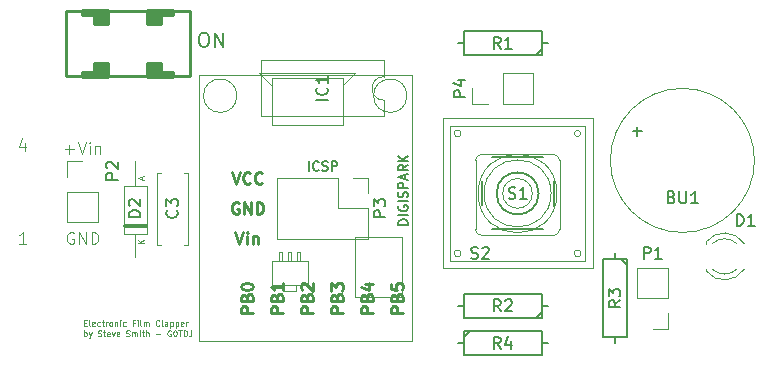
<source format=gto>
G04 #@! TF.FileFunction,Legend,Top*
%FSLAX46Y46*%
G04 Gerber Fmt 4.6, Leading zero omitted, Abs format (unit mm)*
G04 Created by KiCad (PCBNEW 4.0.5) date 06/12/17 11:35:52*
%MOMM*%
%LPD*%
G01*
G04 APERTURE LIST*
%ADD10C,0.100000*%
%ADD11C,0.200000*%
%ADD12C,0.125000*%
%ADD13C,0.120000*%
%ADD14C,0.320000*%
%ADD15C,0.150000*%
%ADD16C,0.203200*%
%ADD17C,0.254000*%
%ADD18C,0.381000*%
%ADD19C,0.250000*%
G04 APERTURE END LIST*
D10*
D11*
X155809905Y-92830285D02*
X155009905Y-92830285D01*
X155009905Y-92639809D01*
X155048000Y-92525523D01*
X155124190Y-92449332D01*
X155200381Y-92411237D01*
X155352762Y-92373142D01*
X155467048Y-92373142D01*
X155619429Y-92411237D01*
X155695619Y-92449332D01*
X155771810Y-92525523D01*
X155809905Y-92639809D01*
X155809905Y-92830285D01*
X155809905Y-92030285D02*
X155009905Y-92030285D01*
X155048000Y-91230285D02*
X155009905Y-91306476D01*
X155009905Y-91420761D01*
X155048000Y-91535047D01*
X155124190Y-91611238D01*
X155200381Y-91649333D01*
X155352762Y-91687428D01*
X155467048Y-91687428D01*
X155619429Y-91649333D01*
X155695619Y-91611238D01*
X155771810Y-91535047D01*
X155809905Y-91420761D01*
X155809905Y-91344571D01*
X155771810Y-91230285D01*
X155733714Y-91192190D01*
X155467048Y-91192190D01*
X155467048Y-91344571D01*
X155809905Y-90849333D02*
X155009905Y-90849333D01*
X155771810Y-90506476D02*
X155809905Y-90392190D01*
X155809905Y-90201714D01*
X155771810Y-90125524D01*
X155733714Y-90087428D01*
X155657524Y-90049333D01*
X155581333Y-90049333D01*
X155505143Y-90087428D01*
X155467048Y-90125524D01*
X155428952Y-90201714D01*
X155390857Y-90354095D01*
X155352762Y-90430286D01*
X155314667Y-90468381D01*
X155238476Y-90506476D01*
X155162286Y-90506476D01*
X155086095Y-90468381D01*
X155048000Y-90430286D01*
X155009905Y-90354095D01*
X155009905Y-90163619D01*
X155048000Y-90049333D01*
X155809905Y-89706476D02*
X155009905Y-89706476D01*
X155009905Y-89401714D01*
X155048000Y-89325523D01*
X155086095Y-89287428D01*
X155162286Y-89249333D01*
X155276571Y-89249333D01*
X155352762Y-89287428D01*
X155390857Y-89325523D01*
X155428952Y-89401714D01*
X155428952Y-89706476D01*
X155581333Y-88944571D02*
X155581333Y-88563619D01*
X155809905Y-89020762D02*
X155009905Y-88754095D01*
X155809905Y-88487428D01*
X155809905Y-87763619D02*
X155428952Y-88030286D01*
X155809905Y-88220762D02*
X155009905Y-88220762D01*
X155009905Y-87916000D01*
X155048000Y-87839809D01*
X155086095Y-87801714D01*
X155162286Y-87763619D01*
X155276571Y-87763619D01*
X155352762Y-87801714D01*
X155390857Y-87839809D01*
X155428952Y-87916000D01*
X155428952Y-88220762D01*
X155809905Y-87420762D02*
X155009905Y-87420762D01*
X155809905Y-86963619D02*
X155352762Y-87306476D01*
X155009905Y-86963619D02*
X155467048Y-87420762D01*
X147409048Y-88245905D02*
X147409048Y-87445905D01*
X148247143Y-88169714D02*
X148209048Y-88207810D01*
X148094762Y-88245905D01*
X148018572Y-88245905D01*
X147904286Y-88207810D01*
X147828095Y-88131619D01*
X147790000Y-88055429D01*
X147751905Y-87903048D01*
X147751905Y-87788762D01*
X147790000Y-87636381D01*
X147828095Y-87560190D01*
X147904286Y-87484000D01*
X148018572Y-87445905D01*
X148094762Y-87445905D01*
X148209048Y-87484000D01*
X148247143Y-87522095D01*
X148551905Y-88207810D02*
X148666191Y-88245905D01*
X148856667Y-88245905D01*
X148932857Y-88207810D01*
X148970953Y-88169714D01*
X149009048Y-88093524D01*
X149009048Y-88017333D01*
X148970953Y-87941143D01*
X148932857Y-87903048D01*
X148856667Y-87864952D01*
X148704286Y-87826857D01*
X148628095Y-87788762D01*
X148590000Y-87750667D01*
X148551905Y-87674476D01*
X148551905Y-87598286D01*
X148590000Y-87522095D01*
X148628095Y-87484000D01*
X148704286Y-87445905D01*
X148894762Y-87445905D01*
X149009048Y-87484000D01*
X149351905Y-88245905D02*
X149351905Y-87445905D01*
X149656667Y-87445905D01*
X149732858Y-87484000D01*
X149770953Y-87522095D01*
X149809048Y-87598286D01*
X149809048Y-87712571D01*
X149770953Y-87788762D01*
X149732858Y-87826857D01*
X149656667Y-87864952D01*
X149351905Y-87864952D01*
D12*
X123380477Y-85891714D02*
X123380477Y-86558381D01*
X123142381Y-85510762D02*
X122904286Y-86225048D01*
X123523334Y-86225048D01*
X123475715Y-94432381D02*
X122904286Y-94432381D01*
X123190000Y-94432381D02*
X123190000Y-93432381D01*
X123094762Y-93575238D01*
X122999524Y-93670476D01*
X122904286Y-93718095D01*
X128389048Y-101126786D02*
X128555714Y-101126786D01*
X128627143Y-101388690D02*
X128389048Y-101388690D01*
X128389048Y-100888690D01*
X128627143Y-100888690D01*
X128912857Y-101388690D02*
X128865238Y-101364881D01*
X128841429Y-101317262D01*
X128841429Y-100888690D01*
X129293810Y-101364881D02*
X129246191Y-101388690D01*
X129150953Y-101388690D01*
X129103334Y-101364881D01*
X129079524Y-101317262D01*
X129079524Y-101126786D01*
X129103334Y-101079167D01*
X129150953Y-101055357D01*
X129246191Y-101055357D01*
X129293810Y-101079167D01*
X129317619Y-101126786D01*
X129317619Y-101174405D01*
X129079524Y-101222024D01*
X129746190Y-101364881D02*
X129698571Y-101388690D01*
X129603333Y-101388690D01*
X129555714Y-101364881D01*
X129531905Y-101341071D01*
X129508095Y-101293452D01*
X129508095Y-101150595D01*
X129531905Y-101102976D01*
X129555714Y-101079167D01*
X129603333Y-101055357D01*
X129698571Y-101055357D01*
X129746190Y-101079167D01*
X129889047Y-101055357D02*
X130079523Y-101055357D01*
X129960476Y-100888690D02*
X129960476Y-101317262D01*
X129984285Y-101364881D01*
X130031904Y-101388690D01*
X130079523Y-101388690D01*
X130246190Y-101388690D02*
X130246190Y-101055357D01*
X130246190Y-101150595D02*
X130269999Y-101102976D01*
X130293809Y-101079167D01*
X130341428Y-101055357D01*
X130389047Y-101055357D01*
X130627142Y-101388690D02*
X130579523Y-101364881D01*
X130555714Y-101341071D01*
X130531904Y-101293452D01*
X130531904Y-101150595D01*
X130555714Y-101102976D01*
X130579523Y-101079167D01*
X130627142Y-101055357D01*
X130698571Y-101055357D01*
X130746190Y-101079167D01*
X130769999Y-101102976D01*
X130793809Y-101150595D01*
X130793809Y-101293452D01*
X130769999Y-101341071D01*
X130746190Y-101364881D01*
X130698571Y-101388690D01*
X130627142Y-101388690D01*
X131008095Y-101055357D02*
X131008095Y-101388690D01*
X131008095Y-101102976D02*
X131031904Y-101079167D01*
X131079523Y-101055357D01*
X131150952Y-101055357D01*
X131198571Y-101079167D01*
X131222380Y-101126786D01*
X131222380Y-101388690D01*
X131460476Y-101388690D02*
X131460476Y-101055357D01*
X131460476Y-100888690D02*
X131436666Y-100912500D01*
X131460476Y-100936310D01*
X131484285Y-100912500D01*
X131460476Y-100888690D01*
X131460476Y-100936310D01*
X131912856Y-101364881D02*
X131865237Y-101388690D01*
X131769999Y-101388690D01*
X131722380Y-101364881D01*
X131698571Y-101341071D01*
X131674761Y-101293452D01*
X131674761Y-101150595D01*
X131698571Y-101102976D01*
X131722380Y-101079167D01*
X131769999Y-101055357D01*
X131865237Y-101055357D01*
X131912856Y-101079167D01*
X132674760Y-101126786D02*
X132508094Y-101126786D01*
X132508094Y-101388690D02*
X132508094Y-100888690D01*
X132746189Y-100888690D01*
X132936665Y-101388690D02*
X132936665Y-101055357D01*
X132936665Y-100888690D02*
X132912855Y-100912500D01*
X132936665Y-100936310D01*
X132960474Y-100912500D01*
X132936665Y-100888690D01*
X132936665Y-100936310D01*
X133246188Y-101388690D02*
X133198569Y-101364881D01*
X133174760Y-101317262D01*
X133174760Y-100888690D01*
X133436665Y-101388690D02*
X133436665Y-101055357D01*
X133436665Y-101102976D02*
X133460474Y-101079167D01*
X133508093Y-101055357D01*
X133579522Y-101055357D01*
X133627141Y-101079167D01*
X133650950Y-101126786D01*
X133650950Y-101388690D01*
X133650950Y-101126786D02*
X133674760Y-101079167D01*
X133722379Y-101055357D01*
X133793807Y-101055357D01*
X133841427Y-101079167D01*
X133865236Y-101126786D01*
X133865236Y-101388690D01*
X134769998Y-101341071D02*
X134746188Y-101364881D01*
X134674760Y-101388690D01*
X134627141Y-101388690D01*
X134555712Y-101364881D01*
X134508093Y-101317262D01*
X134484284Y-101269643D01*
X134460474Y-101174405D01*
X134460474Y-101102976D01*
X134484284Y-101007738D01*
X134508093Y-100960119D01*
X134555712Y-100912500D01*
X134627141Y-100888690D01*
X134674760Y-100888690D01*
X134746188Y-100912500D01*
X134769998Y-100936310D01*
X135055712Y-101388690D02*
X135008093Y-101364881D01*
X134984284Y-101317262D01*
X134984284Y-100888690D01*
X135460474Y-101388690D02*
X135460474Y-101126786D01*
X135436665Y-101079167D01*
X135389046Y-101055357D01*
X135293808Y-101055357D01*
X135246189Y-101079167D01*
X135460474Y-101364881D02*
X135412855Y-101388690D01*
X135293808Y-101388690D01*
X135246189Y-101364881D01*
X135222379Y-101317262D01*
X135222379Y-101269643D01*
X135246189Y-101222024D01*
X135293808Y-101198214D01*
X135412855Y-101198214D01*
X135460474Y-101174405D01*
X135698570Y-101055357D02*
X135698570Y-101555357D01*
X135698570Y-101079167D02*
X135746189Y-101055357D01*
X135841427Y-101055357D01*
X135889046Y-101079167D01*
X135912855Y-101102976D01*
X135936665Y-101150595D01*
X135936665Y-101293452D01*
X135912855Y-101341071D01*
X135889046Y-101364881D01*
X135841427Y-101388690D01*
X135746189Y-101388690D01*
X135698570Y-101364881D01*
X136150951Y-101055357D02*
X136150951Y-101555357D01*
X136150951Y-101079167D02*
X136198570Y-101055357D01*
X136293808Y-101055357D01*
X136341427Y-101079167D01*
X136365236Y-101102976D01*
X136389046Y-101150595D01*
X136389046Y-101293452D01*
X136365236Y-101341071D01*
X136341427Y-101364881D01*
X136293808Y-101388690D01*
X136198570Y-101388690D01*
X136150951Y-101364881D01*
X136793808Y-101364881D02*
X136746189Y-101388690D01*
X136650951Y-101388690D01*
X136603332Y-101364881D01*
X136579522Y-101317262D01*
X136579522Y-101126786D01*
X136603332Y-101079167D01*
X136650951Y-101055357D01*
X136746189Y-101055357D01*
X136793808Y-101079167D01*
X136817617Y-101126786D01*
X136817617Y-101174405D01*
X136579522Y-101222024D01*
X137031903Y-101388690D02*
X137031903Y-101055357D01*
X137031903Y-101150595D02*
X137055712Y-101102976D01*
X137079522Y-101079167D01*
X137127141Y-101055357D01*
X137174760Y-101055357D01*
X128389048Y-102263690D02*
X128389048Y-101763690D01*
X128389048Y-101954167D02*
X128436667Y-101930357D01*
X128531905Y-101930357D01*
X128579524Y-101954167D01*
X128603333Y-101977976D01*
X128627143Y-102025595D01*
X128627143Y-102168452D01*
X128603333Y-102216071D01*
X128579524Y-102239881D01*
X128531905Y-102263690D01*
X128436667Y-102263690D01*
X128389048Y-102239881D01*
X128793810Y-101930357D02*
X128912857Y-102263690D01*
X129031905Y-101930357D02*
X128912857Y-102263690D01*
X128865238Y-102382738D01*
X128841429Y-102406548D01*
X128793810Y-102430357D01*
X129579523Y-102239881D02*
X129650952Y-102263690D01*
X129769999Y-102263690D01*
X129817618Y-102239881D01*
X129841428Y-102216071D01*
X129865237Y-102168452D01*
X129865237Y-102120833D01*
X129841428Y-102073214D01*
X129817618Y-102049405D01*
X129769999Y-102025595D01*
X129674761Y-102001786D01*
X129627142Y-101977976D01*
X129603333Y-101954167D01*
X129579523Y-101906548D01*
X129579523Y-101858929D01*
X129603333Y-101811310D01*
X129627142Y-101787500D01*
X129674761Y-101763690D01*
X129793809Y-101763690D01*
X129865237Y-101787500D01*
X130008094Y-101930357D02*
X130198570Y-101930357D01*
X130079523Y-101763690D02*
X130079523Y-102192262D01*
X130103332Y-102239881D01*
X130150951Y-102263690D01*
X130198570Y-102263690D01*
X130555713Y-102239881D02*
X130508094Y-102263690D01*
X130412856Y-102263690D01*
X130365237Y-102239881D01*
X130341427Y-102192262D01*
X130341427Y-102001786D01*
X130365237Y-101954167D01*
X130412856Y-101930357D01*
X130508094Y-101930357D01*
X130555713Y-101954167D01*
X130579522Y-102001786D01*
X130579522Y-102049405D01*
X130341427Y-102097024D01*
X130746189Y-101930357D02*
X130865236Y-102263690D01*
X130984284Y-101930357D01*
X131365236Y-102239881D02*
X131317617Y-102263690D01*
X131222379Y-102263690D01*
X131174760Y-102239881D01*
X131150950Y-102192262D01*
X131150950Y-102001786D01*
X131174760Y-101954167D01*
X131222379Y-101930357D01*
X131317617Y-101930357D01*
X131365236Y-101954167D01*
X131389045Y-102001786D01*
X131389045Y-102049405D01*
X131150950Y-102097024D01*
X131960473Y-102239881D02*
X132031902Y-102263690D01*
X132150949Y-102263690D01*
X132198568Y-102239881D01*
X132222378Y-102216071D01*
X132246187Y-102168452D01*
X132246187Y-102120833D01*
X132222378Y-102073214D01*
X132198568Y-102049405D01*
X132150949Y-102025595D01*
X132055711Y-102001786D01*
X132008092Y-101977976D01*
X131984283Y-101954167D01*
X131960473Y-101906548D01*
X131960473Y-101858929D01*
X131984283Y-101811310D01*
X132008092Y-101787500D01*
X132055711Y-101763690D01*
X132174759Y-101763690D01*
X132246187Y-101787500D01*
X132460473Y-102263690D02*
X132460473Y-101930357D01*
X132460473Y-101977976D02*
X132484282Y-101954167D01*
X132531901Y-101930357D01*
X132603330Y-101930357D01*
X132650949Y-101954167D01*
X132674758Y-102001786D01*
X132674758Y-102263690D01*
X132674758Y-102001786D02*
X132698568Y-101954167D01*
X132746187Y-101930357D01*
X132817615Y-101930357D01*
X132865235Y-101954167D01*
X132889044Y-102001786D01*
X132889044Y-102263690D01*
X133127140Y-102263690D02*
X133127140Y-101930357D01*
X133127140Y-101763690D02*
X133103330Y-101787500D01*
X133127140Y-101811310D01*
X133150949Y-101787500D01*
X133127140Y-101763690D01*
X133127140Y-101811310D01*
X133293806Y-101930357D02*
X133484282Y-101930357D01*
X133365235Y-101763690D02*
X133365235Y-102192262D01*
X133389044Y-102239881D01*
X133436663Y-102263690D01*
X133484282Y-102263690D01*
X133650949Y-102263690D02*
X133650949Y-101763690D01*
X133865234Y-102263690D02*
X133865234Y-102001786D01*
X133841425Y-101954167D01*
X133793806Y-101930357D01*
X133722377Y-101930357D01*
X133674758Y-101954167D01*
X133650949Y-101977976D01*
X134484282Y-102073214D02*
X134865234Y-102073214D01*
X135746186Y-101787500D02*
X135698567Y-101763690D01*
X135627139Y-101763690D01*
X135555710Y-101787500D01*
X135508091Y-101835119D01*
X135484282Y-101882738D01*
X135460472Y-101977976D01*
X135460472Y-102049405D01*
X135484282Y-102144643D01*
X135508091Y-102192262D01*
X135555710Y-102239881D01*
X135627139Y-102263690D01*
X135674758Y-102263690D01*
X135746186Y-102239881D01*
X135769996Y-102216071D01*
X135769996Y-102049405D01*
X135674758Y-102049405D01*
X136079520Y-101763690D02*
X136127139Y-101763690D01*
X136174758Y-101787500D01*
X136198567Y-101811310D01*
X136222377Y-101858929D01*
X136246186Y-101954167D01*
X136246186Y-102073214D01*
X136222377Y-102168452D01*
X136198567Y-102216071D01*
X136174758Y-102239881D01*
X136127139Y-102263690D01*
X136079520Y-102263690D01*
X136031901Y-102239881D01*
X136008091Y-102216071D01*
X135984282Y-102168452D01*
X135960472Y-102073214D01*
X135960472Y-101954167D01*
X135984282Y-101858929D01*
X136008091Y-101811310D01*
X136031901Y-101787500D01*
X136079520Y-101763690D01*
X136389043Y-101763690D02*
X136674757Y-101763690D01*
X136531900Y-102263690D02*
X136531900Y-101763690D01*
X136841424Y-102263690D02*
X136841424Y-101763690D01*
X136960471Y-101763690D01*
X137031900Y-101787500D01*
X137079519Y-101835119D01*
X137103328Y-101882738D01*
X137127138Y-101977976D01*
X137127138Y-102049405D01*
X137103328Y-102144643D01*
X137079519Y-102192262D01*
X137031900Y-102239881D01*
X136960471Y-102263690D01*
X136841424Y-102263690D01*
X137484281Y-101763690D02*
X137484281Y-102120833D01*
X137460471Y-102192262D01*
X137412852Y-102239881D01*
X137341424Y-102263690D01*
X137293805Y-102263690D01*
X127508096Y-93480000D02*
X127412858Y-93432381D01*
X127270001Y-93432381D01*
X127127143Y-93480000D01*
X127031905Y-93575238D01*
X126984286Y-93670476D01*
X126936667Y-93860952D01*
X126936667Y-94003810D01*
X126984286Y-94194286D01*
X127031905Y-94289524D01*
X127127143Y-94384762D01*
X127270001Y-94432381D01*
X127365239Y-94432381D01*
X127508096Y-94384762D01*
X127555715Y-94337143D01*
X127555715Y-94003810D01*
X127365239Y-94003810D01*
X127984286Y-94432381D02*
X127984286Y-93432381D01*
X128555715Y-94432381D01*
X128555715Y-93432381D01*
X129031905Y-94432381D02*
X129031905Y-93432381D01*
X129270000Y-93432381D01*
X129412858Y-93480000D01*
X129508096Y-93575238D01*
X129555715Y-93670476D01*
X129603334Y-93860952D01*
X129603334Y-94003810D01*
X129555715Y-94194286D01*
X129508096Y-94289524D01*
X129412858Y-94384762D01*
X129270000Y-94432381D01*
X129031905Y-94432381D01*
X126770000Y-86431429D02*
X127531905Y-86431429D01*
X127150953Y-86812381D02*
X127150953Y-86050476D01*
X127865238Y-85812381D02*
X128198571Y-86812381D01*
X128531905Y-85812381D01*
X128865238Y-86812381D02*
X128865238Y-86145714D01*
X128865238Y-85812381D02*
X128817619Y-85860000D01*
X128865238Y-85907619D01*
X128912857Y-85860000D01*
X128865238Y-85812381D01*
X128865238Y-85907619D01*
X129341428Y-86145714D02*
X129341428Y-86812381D01*
X129341428Y-86240952D02*
X129389047Y-86193333D01*
X129484285Y-86145714D01*
X129627143Y-86145714D01*
X129722381Y-86193333D01*
X129770000Y-86288571D01*
X129770000Y-86812381D01*
D11*
X138449143Y-76558857D02*
X138677714Y-76558857D01*
X138792000Y-76616000D01*
X138906286Y-76730286D01*
X138963428Y-76958857D01*
X138963428Y-77358857D01*
X138906286Y-77587429D01*
X138792000Y-77701714D01*
X138677714Y-77758857D01*
X138449143Y-77758857D01*
X138334857Y-77701714D01*
X138220571Y-77587429D01*
X138163428Y-77358857D01*
X138163428Y-76958857D01*
X138220571Y-76730286D01*
X138334857Y-76616000D01*
X138449143Y-76558857D01*
X139477714Y-77758857D02*
X139477714Y-76558857D01*
X140163429Y-77758857D01*
X140163429Y-76558857D01*
D13*
X185160000Y-87376000D02*
G75*
G03X185160000Y-87376000I-6100000J0D01*
G01*
X134580000Y-94540000D02*
X134580000Y-88420000D01*
X137200000Y-94540000D02*
X137200000Y-88420000D01*
X134580000Y-94540000D02*
X134894000Y-94540000D01*
X136886000Y-94540000D02*
X137200000Y-94540000D01*
X134580000Y-88420000D02*
X134894000Y-88420000D01*
X136886000Y-88420000D02*
X137200000Y-88420000D01*
X184298335Y-94425392D02*
G75*
G03X181066000Y-94268484I-1672335J-1078608D01*
G01*
X184298335Y-96582608D02*
G75*
G02X181066000Y-96739516I-1672335J1078608D01*
G01*
X183667130Y-94424163D02*
G75*
G03X181585039Y-94424000I-1041130J-1079837D01*
G01*
X183667130Y-96583837D02*
G75*
G02X181585039Y-96584000I-1041130J1079837D01*
G01*
X181066000Y-94268000D02*
X181066000Y-94424000D01*
X181066000Y-96584000D02*
X181066000Y-96740000D01*
X132715000Y-89540000D02*
X132715000Y-87440000D01*
X132715000Y-93640000D02*
X132715000Y-95540000D01*
D14*
X133645000Y-92930000D02*
X131845000Y-92930000D01*
D13*
X131745000Y-93630000D02*
X131745000Y-93530000D01*
X133745000Y-93630000D02*
X133745000Y-93530000D01*
X133745000Y-89530000D02*
X133745000Y-93530000D01*
X133745000Y-93630000D02*
X131745000Y-93630000D01*
X131745000Y-93530000D02*
X131745000Y-89530000D01*
X131745000Y-89530000D02*
X133745000Y-89530000D01*
X153790000Y-80280000D02*
X153790000Y-78910000D01*
X153790000Y-78910000D02*
X143390000Y-78910000D01*
X143390000Y-78910000D02*
X143390000Y-83650000D01*
X143390000Y-83650000D02*
X153790000Y-83650000D01*
X153790000Y-83650000D02*
X153790000Y-82280000D01*
X153790000Y-82280000D02*
G75*
G02X153790000Y-80280000I0J1000000D01*
G01*
X177860000Y-99060000D02*
X177860000Y-96460000D01*
X177860000Y-96460000D02*
X175200000Y-96460000D01*
X175200000Y-96460000D02*
X175200000Y-99060000D01*
X175200000Y-99060000D02*
X177860000Y-99060000D01*
X177860000Y-100330000D02*
X177860000Y-101660000D01*
X177860000Y-101660000D02*
X176530000Y-101660000D01*
X126920000Y-90020000D02*
X126920000Y-92620000D01*
X126920000Y-92620000D02*
X129580000Y-92620000D01*
X129580000Y-92620000D02*
X129580000Y-90020000D01*
X129580000Y-90020000D02*
X126920000Y-90020000D01*
X126920000Y-88750000D02*
X126920000Y-87420000D01*
X126920000Y-87420000D02*
X128250000Y-87420000D01*
X149860000Y-88840000D02*
X144720000Y-88840000D01*
X144720000Y-88840000D02*
X144720000Y-94040000D01*
X144720000Y-94040000D02*
X152460000Y-94040000D01*
X152460000Y-94040000D02*
X152460000Y-91440000D01*
X152460000Y-91440000D02*
X149860000Y-91440000D01*
X149860000Y-91440000D02*
X149860000Y-88840000D01*
X151130000Y-88840000D02*
X152460000Y-88840000D01*
X152460000Y-88840000D02*
X152460000Y-90170000D01*
X163830000Y-82610000D02*
X166430000Y-82610000D01*
X166430000Y-82610000D02*
X166430000Y-79950000D01*
X166430000Y-79950000D02*
X163830000Y-79950000D01*
X163830000Y-79950000D02*
X163830000Y-82610000D01*
X162560000Y-82610000D02*
X161230000Y-82610000D01*
X161230000Y-82610000D02*
X161230000Y-81280000D01*
D15*
X167640000Y-77470000D02*
X167132000Y-77470000D01*
X160020000Y-77470000D02*
X160528000Y-77470000D01*
X160528000Y-77470000D02*
X160528000Y-78486000D01*
X160528000Y-78486000D02*
X167132000Y-78486000D01*
X167132000Y-78486000D02*
X167132000Y-76454000D01*
X167132000Y-76454000D02*
X160528000Y-76454000D01*
X160528000Y-76454000D02*
X160528000Y-77470000D01*
X167132000Y-77978000D02*
X166624000Y-78486000D01*
X167640000Y-99695000D02*
X167132000Y-99695000D01*
X160020000Y-99695000D02*
X160528000Y-99695000D01*
X160528000Y-99695000D02*
X160528000Y-100711000D01*
X160528000Y-100711000D02*
X167132000Y-100711000D01*
X167132000Y-100711000D02*
X167132000Y-98679000D01*
X167132000Y-98679000D02*
X160528000Y-98679000D01*
X160528000Y-98679000D02*
X160528000Y-99695000D01*
X167132000Y-100203000D02*
X166624000Y-100711000D01*
X173355000Y-95250000D02*
X173355000Y-95758000D01*
X173355000Y-102870000D02*
X173355000Y-102362000D01*
X173355000Y-102362000D02*
X174371000Y-102362000D01*
X174371000Y-102362000D02*
X174371000Y-95758000D01*
X174371000Y-95758000D02*
X172339000Y-95758000D01*
X172339000Y-95758000D02*
X172339000Y-102362000D01*
X172339000Y-102362000D02*
X173355000Y-102362000D01*
X173863000Y-95758000D02*
X174371000Y-96266000D01*
X160020000Y-102870000D02*
X160528000Y-102870000D01*
X167640000Y-102870000D02*
X167132000Y-102870000D01*
X167132000Y-102870000D02*
X167132000Y-101854000D01*
X167132000Y-101854000D02*
X160528000Y-101854000D01*
X160528000Y-101854000D02*
X160528000Y-103886000D01*
X160528000Y-103886000D02*
X167132000Y-103886000D01*
X167132000Y-103886000D02*
X167132000Y-102870000D01*
X160528000Y-102362000D02*
X161036000Y-101854000D01*
D13*
X161544000Y-87376000D02*
X161544000Y-93218000D01*
X168148000Y-86868000D02*
X162052000Y-86868000D01*
X168656000Y-93218000D02*
X168656000Y-87376000D01*
X162052000Y-93726000D02*
X168148000Y-93726000D01*
X168656000Y-87376000D02*
G75*
G03X168148000Y-86868000I-508000J0D01*
G01*
X162052000Y-86868000D02*
G75*
G03X161544000Y-87376000I0J-508000D01*
G01*
X161544000Y-93218000D02*
G75*
G03X162052000Y-93726000I508000J0D01*
G01*
X168148000Y-93726000D02*
G75*
G03X168656000Y-93218000I0J508000D01*
G01*
X170434000Y-85090000D02*
G75*
G03X170434000Y-85090000I-254000J0D01*
G01*
X160303981Y-85090000D02*
G75*
G03X160303981Y-85090000I-283981J0D01*
G01*
X160303981Y-95250000D02*
G75*
G03X160303981Y-95250000I-283981J0D01*
G01*
X170463981Y-95250000D02*
G75*
G03X170463981Y-95250000I-283981J0D01*
G01*
X170815000Y-95885000D02*
X170815000Y-84455000D01*
X170815000Y-84455000D02*
X159385000Y-84455000D01*
X159385000Y-84455000D02*
X159385000Y-95885000D01*
X159385000Y-95885000D02*
X170815000Y-95885000D01*
X171450000Y-96520000D02*
X171450000Y-83820000D01*
X171450000Y-83820000D02*
X158750000Y-83820000D01*
X158750000Y-83820000D02*
X158750000Y-96520000D01*
X158750000Y-96520000D02*
X171450000Y-96520000D01*
X166350805Y-90170000D02*
G75*
G03X166350805Y-90170000I-1250805J0D01*
G01*
X168433599Y-90170000D02*
G75*
G03X168433599Y-90170000I-3333599J0D01*
G01*
X167939806Y-90170000D02*
G75*
G03X167939806Y-90170000I-2839806J0D01*
G01*
D16*
X162941000Y-93218000D02*
X167259000Y-93218000D01*
X167259000Y-87122000D02*
X162941000Y-87122000D01*
X162052000Y-91168000D02*
X162052000Y-89154000D01*
X168148000Y-91198000D02*
X168148000Y-89154000D01*
X166878000Y-90170000D02*
G75*
G03X166878000Y-90170000I-1778000J0D01*
G01*
D17*
X126830000Y-74720000D02*
X137330000Y-74720000D01*
X137330000Y-74720000D02*
X137330000Y-80220000D01*
X137330000Y-80220000D02*
X126830000Y-80220000D01*
X126830000Y-80220000D02*
X126830000Y-74720000D01*
D18*
G36*
X128330000Y-79970000D02*
X130330000Y-79970000D01*
X130330000Y-80220000D01*
X128330000Y-80220000D01*
X128330000Y-79970000D01*
G37*
X128330000Y-79970000D02*
X130330000Y-79970000D01*
X130330000Y-80220000D01*
X128330000Y-80220000D01*
X128330000Y-79970000D01*
G36*
X129330000Y-79220000D02*
X130330000Y-79220000D01*
X130330000Y-79970000D01*
X129330000Y-79970000D01*
X129330000Y-79220000D01*
G37*
X129330000Y-79220000D02*
X130330000Y-79220000D01*
X130330000Y-79970000D01*
X129330000Y-79970000D01*
X129330000Y-79220000D01*
G36*
X128330000Y-74720000D02*
X130330000Y-74720000D01*
X130330000Y-74970000D01*
X128330000Y-74970000D01*
X128330000Y-74720000D01*
G37*
X128330000Y-74720000D02*
X130330000Y-74720000D01*
X130330000Y-74970000D01*
X128330000Y-74970000D01*
X128330000Y-74720000D01*
G36*
X129330000Y-74970000D02*
X130330000Y-74970000D01*
X130330000Y-75720000D01*
X129330000Y-75720000D01*
X129330000Y-74970000D01*
G37*
X129330000Y-74970000D02*
X130330000Y-74970000D01*
X130330000Y-75720000D01*
X129330000Y-75720000D01*
X129330000Y-74970000D01*
G36*
X133830000Y-74720000D02*
X135830000Y-74720000D01*
X135830000Y-74970000D01*
X133830000Y-74970000D01*
X133830000Y-74720000D01*
G37*
X133830000Y-74720000D02*
X135830000Y-74720000D01*
X135830000Y-74970000D01*
X133830000Y-74970000D01*
X133830000Y-74720000D01*
G36*
X133830000Y-74970000D02*
X134830000Y-74970000D01*
X134830000Y-75720000D01*
X133830000Y-75720000D01*
X133830000Y-74970000D01*
G37*
X133830000Y-74970000D02*
X134830000Y-74970000D01*
X134830000Y-75720000D01*
X133830000Y-75720000D01*
X133830000Y-74970000D01*
G36*
X133830000Y-79970000D02*
X135830000Y-79970000D01*
X135830000Y-80220000D01*
X133830000Y-80220000D01*
X133830000Y-79970000D01*
G37*
X133830000Y-79970000D02*
X135830000Y-79970000D01*
X135830000Y-80220000D01*
X133830000Y-80220000D01*
X133830000Y-79970000D01*
G36*
X133830000Y-79220000D02*
X134830000Y-79220000D01*
X134830000Y-79970000D01*
X133830000Y-79970000D01*
X133830000Y-79220000D01*
G37*
X133830000Y-79220000D02*
X134830000Y-79220000D01*
X134830000Y-79970000D01*
X133830000Y-79970000D01*
X133830000Y-79220000D01*
D13*
X156160000Y-80160000D02*
X156160000Y-102660000D01*
X138160000Y-80160000D02*
X138160000Y-102660000D01*
X145170000Y-95900000D02*
X145170000Y-95150000D01*
X145170000Y-95150000D02*
X144920000Y-95150000D01*
X144920000Y-95150000D02*
X144920000Y-95900000D01*
X145920000Y-95900000D02*
X145920000Y-95150000D01*
X145920000Y-95150000D02*
X145670000Y-95150000D01*
X145670000Y-95150000D02*
X145670000Y-95900000D01*
X146670000Y-95900000D02*
X146670000Y-95150000D01*
X146670000Y-95150000D02*
X146420000Y-95150000D01*
X146420000Y-95150000D02*
X146420000Y-95900000D01*
X146320000Y-97900000D02*
X146320000Y-98400000D01*
X146320000Y-98400000D02*
X145320000Y-98400000D01*
X145320000Y-98400000D02*
X145320000Y-97900000D01*
X150320000Y-81000000D02*
X151320000Y-80000000D01*
X151320000Y-80000000D02*
X143320000Y-80000000D01*
X143220000Y-80000000D02*
X144220000Y-81000000D01*
X150320000Y-80400000D02*
X150320000Y-84400000D01*
X150320000Y-84400000D02*
X144320000Y-84400000D01*
X144320000Y-84400000D02*
X144320000Y-80400000D01*
X144320000Y-80400000D02*
X150320000Y-80400000D01*
X141334214Y-81900000D02*
G75*
G03X141334214Y-81900000I-1414214J0D01*
G01*
X155734214Y-81900000D02*
G75*
G03X155734214Y-81900000I-1414214J0D01*
G01*
X147320000Y-95900000D02*
X144320000Y-95900000D01*
X144320000Y-95900000D02*
X144320000Y-97900000D01*
X144320000Y-97900000D02*
X147320000Y-97900000D01*
X147320000Y-97900000D02*
X147320000Y-95900000D01*
X155320000Y-93900000D02*
X151320000Y-93900000D01*
X151320000Y-93900000D02*
X151320000Y-98900000D01*
X151320000Y-98900000D02*
X155320000Y-98900000D01*
X155320000Y-98900000D02*
X155320000Y-93900000D01*
X138160000Y-102660000D02*
X156160000Y-102660000D01*
X156160000Y-80160000D02*
X138160000Y-80160000D01*
D15*
X178141429Y-90479571D02*
X178284286Y-90527190D01*
X178331905Y-90574810D01*
X178379524Y-90670048D01*
X178379524Y-90812905D01*
X178331905Y-90908143D01*
X178284286Y-90955762D01*
X178189048Y-91003381D01*
X177808095Y-91003381D01*
X177808095Y-90003381D01*
X178141429Y-90003381D01*
X178236667Y-90051000D01*
X178284286Y-90098619D01*
X178331905Y-90193857D01*
X178331905Y-90289095D01*
X178284286Y-90384333D01*
X178236667Y-90431952D01*
X178141429Y-90479571D01*
X177808095Y-90479571D01*
X178808095Y-90003381D02*
X178808095Y-90812905D01*
X178855714Y-90908143D01*
X178903333Y-90955762D01*
X178998571Y-91003381D01*
X179189048Y-91003381D01*
X179284286Y-90955762D01*
X179331905Y-90908143D01*
X179379524Y-90812905D01*
X179379524Y-90003381D01*
X180379524Y-91003381D02*
X179808095Y-91003381D01*
X180093809Y-91003381D02*
X180093809Y-90003381D01*
X179998571Y-90146238D01*
X179903333Y-90241476D01*
X179808095Y-90289095D01*
X174869048Y-84907429D02*
X175630953Y-84907429D01*
X175250001Y-85288381D02*
X175250001Y-84526476D01*
X136247143Y-91606666D02*
X136294762Y-91654285D01*
X136342381Y-91797142D01*
X136342381Y-91892380D01*
X136294762Y-92035238D01*
X136199524Y-92130476D01*
X136104286Y-92178095D01*
X135913810Y-92225714D01*
X135770952Y-92225714D01*
X135580476Y-92178095D01*
X135485238Y-92130476D01*
X135390000Y-92035238D01*
X135342381Y-91892380D01*
X135342381Y-91797142D01*
X135390000Y-91654285D01*
X135437619Y-91606666D01*
X135342381Y-91273333D02*
X135342381Y-90654285D01*
X135723333Y-90987619D01*
X135723333Y-90844761D01*
X135770952Y-90749523D01*
X135818571Y-90701904D01*
X135913810Y-90654285D01*
X136151905Y-90654285D01*
X136247143Y-90701904D01*
X136294762Y-90749523D01*
X136342381Y-90844761D01*
X136342381Y-91130476D01*
X136294762Y-91225714D01*
X136247143Y-91273333D01*
X183665905Y-92908381D02*
X183665905Y-91908381D01*
X183904000Y-91908381D01*
X184046858Y-91956000D01*
X184142096Y-92051238D01*
X184189715Y-92146476D01*
X184237334Y-92336952D01*
X184237334Y-92479810D01*
X184189715Y-92670286D01*
X184142096Y-92765524D01*
X184046858Y-92860762D01*
X183904000Y-92908381D01*
X183665905Y-92908381D01*
X185189715Y-92908381D02*
X184618286Y-92908381D01*
X184904000Y-92908381D02*
X184904000Y-91908381D01*
X184808762Y-92051238D01*
X184713524Y-92146476D01*
X184618286Y-92194095D01*
X133167381Y-92178095D02*
X132167381Y-92178095D01*
X132167381Y-91940000D01*
X132215000Y-91797142D01*
X132310238Y-91701904D01*
X132405476Y-91654285D01*
X132595952Y-91606666D01*
X132738810Y-91606666D01*
X132929286Y-91654285D01*
X133024524Y-91701904D01*
X133119762Y-91797142D01*
X133167381Y-91940000D01*
X133167381Y-92178095D01*
X132262619Y-91225714D02*
X132215000Y-91178095D01*
X132167381Y-91082857D01*
X132167381Y-90844761D01*
X132215000Y-90749523D01*
X132262619Y-90701904D01*
X132357857Y-90654285D01*
X132453095Y-90654285D01*
X132595952Y-90701904D01*
X133167381Y-91273333D01*
X133167381Y-90654285D01*
D12*
X133449190Y-94364952D02*
X132949190Y-94364952D01*
X133449190Y-94079238D02*
X133163476Y-94293524D01*
X132949190Y-94079238D02*
X133234905Y-94364952D01*
X133306333Y-89019047D02*
X133306333Y-88780952D01*
X133449190Y-89066666D02*
X132949190Y-88899999D01*
X133449190Y-88733333D01*
D15*
X149042381Y-82256190D02*
X148042381Y-82256190D01*
X148947143Y-81208571D02*
X148994762Y-81256190D01*
X149042381Y-81399047D01*
X149042381Y-81494285D01*
X148994762Y-81637143D01*
X148899524Y-81732381D01*
X148804286Y-81780000D01*
X148613810Y-81827619D01*
X148470952Y-81827619D01*
X148280476Y-81780000D01*
X148185238Y-81732381D01*
X148090000Y-81637143D01*
X148042381Y-81494285D01*
X148042381Y-81399047D01*
X148090000Y-81256190D01*
X148137619Y-81208571D01*
X149042381Y-80256190D02*
X149042381Y-80827619D01*
X149042381Y-80541905D02*
X148042381Y-80541905D01*
X148185238Y-80637143D01*
X148280476Y-80732381D01*
X148328095Y-80827619D01*
X175791905Y-95702381D02*
X175791905Y-94702381D01*
X176172858Y-94702381D01*
X176268096Y-94750000D01*
X176315715Y-94797619D01*
X176363334Y-94892857D01*
X176363334Y-95035714D01*
X176315715Y-95130952D01*
X176268096Y-95178571D01*
X176172858Y-95226190D01*
X175791905Y-95226190D01*
X177315715Y-95702381D02*
X176744286Y-95702381D01*
X177030000Y-95702381D02*
X177030000Y-94702381D01*
X176934762Y-94845238D01*
X176839524Y-94940476D01*
X176744286Y-94988095D01*
X131262381Y-89003095D02*
X130262381Y-89003095D01*
X130262381Y-88622142D01*
X130310000Y-88526904D01*
X130357619Y-88479285D01*
X130452857Y-88431666D01*
X130595714Y-88431666D01*
X130690952Y-88479285D01*
X130738571Y-88526904D01*
X130786190Y-88622142D01*
X130786190Y-89003095D01*
X130357619Y-88050714D02*
X130310000Y-88003095D01*
X130262381Y-87907857D01*
X130262381Y-87669761D01*
X130310000Y-87574523D01*
X130357619Y-87526904D01*
X130452857Y-87479285D01*
X130548095Y-87479285D01*
X130690952Y-87526904D01*
X131262381Y-88098333D01*
X131262381Y-87479285D01*
X153912381Y-92178095D02*
X152912381Y-92178095D01*
X152912381Y-91797142D01*
X152960000Y-91701904D01*
X153007619Y-91654285D01*
X153102857Y-91606666D01*
X153245714Y-91606666D01*
X153340952Y-91654285D01*
X153388571Y-91701904D01*
X153436190Y-91797142D01*
X153436190Y-92178095D01*
X152912381Y-91273333D02*
X152912381Y-90654285D01*
X153293333Y-90987619D01*
X153293333Y-90844761D01*
X153340952Y-90749523D01*
X153388571Y-90701904D01*
X153483810Y-90654285D01*
X153721905Y-90654285D01*
X153817143Y-90701904D01*
X153864762Y-90749523D01*
X153912381Y-90844761D01*
X153912381Y-91130476D01*
X153864762Y-91225714D01*
X153817143Y-91273333D01*
X160682381Y-82018095D02*
X159682381Y-82018095D01*
X159682381Y-81637142D01*
X159730000Y-81541904D01*
X159777619Y-81494285D01*
X159872857Y-81446666D01*
X160015714Y-81446666D01*
X160110952Y-81494285D01*
X160158571Y-81541904D01*
X160206190Y-81637142D01*
X160206190Y-82018095D01*
X160015714Y-80589523D02*
X160682381Y-80589523D01*
X159634762Y-80827619D02*
X160349048Y-81065714D01*
X160349048Y-80446666D01*
X163663334Y-77922381D02*
X163330000Y-77446190D01*
X163091905Y-77922381D02*
X163091905Y-76922381D01*
X163472858Y-76922381D01*
X163568096Y-76970000D01*
X163615715Y-77017619D01*
X163663334Y-77112857D01*
X163663334Y-77255714D01*
X163615715Y-77350952D01*
X163568096Y-77398571D01*
X163472858Y-77446190D01*
X163091905Y-77446190D01*
X164615715Y-77922381D02*
X164044286Y-77922381D01*
X164330000Y-77922381D02*
X164330000Y-76922381D01*
X164234762Y-77065238D01*
X164139524Y-77160476D01*
X164044286Y-77208095D01*
X163663334Y-100147381D02*
X163330000Y-99671190D01*
X163091905Y-100147381D02*
X163091905Y-99147381D01*
X163472858Y-99147381D01*
X163568096Y-99195000D01*
X163615715Y-99242619D01*
X163663334Y-99337857D01*
X163663334Y-99480714D01*
X163615715Y-99575952D01*
X163568096Y-99623571D01*
X163472858Y-99671190D01*
X163091905Y-99671190D01*
X164044286Y-99242619D02*
X164091905Y-99195000D01*
X164187143Y-99147381D01*
X164425239Y-99147381D01*
X164520477Y-99195000D01*
X164568096Y-99242619D01*
X164615715Y-99337857D01*
X164615715Y-99433095D01*
X164568096Y-99575952D01*
X163996667Y-100147381D01*
X164615715Y-100147381D01*
X173807381Y-99226666D02*
X173331190Y-99560000D01*
X173807381Y-99798095D02*
X172807381Y-99798095D01*
X172807381Y-99417142D01*
X172855000Y-99321904D01*
X172902619Y-99274285D01*
X172997857Y-99226666D01*
X173140714Y-99226666D01*
X173235952Y-99274285D01*
X173283571Y-99321904D01*
X173331190Y-99417142D01*
X173331190Y-99798095D01*
X172807381Y-98893333D02*
X172807381Y-98274285D01*
X173188333Y-98607619D01*
X173188333Y-98464761D01*
X173235952Y-98369523D01*
X173283571Y-98321904D01*
X173378810Y-98274285D01*
X173616905Y-98274285D01*
X173712143Y-98321904D01*
X173759762Y-98369523D01*
X173807381Y-98464761D01*
X173807381Y-98750476D01*
X173759762Y-98845714D01*
X173712143Y-98893333D01*
X163663334Y-103322381D02*
X163330000Y-102846190D01*
X163091905Y-103322381D02*
X163091905Y-102322381D01*
X163472858Y-102322381D01*
X163568096Y-102370000D01*
X163615715Y-102417619D01*
X163663334Y-102512857D01*
X163663334Y-102655714D01*
X163615715Y-102750952D01*
X163568096Y-102798571D01*
X163472858Y-102846190D01*
X163091905Y-102846190D01*
X164520477Y-102655714D02*
X164520477Y-103322381D01*
X164282381Y-102274762D02*
X164044286Y-102989048D01*
X164663334Y-102989048D01*
X164338095Y-90574762D02*
X164480952Y-90622381D01*
X164719048Y-90622381D01*
X164814286Y-90574762D01*
X164861905Y-90527143D01*
X164909524Y-90431905D01*
X164909524Y-90336667D01*
X164861905Y-90241429D01*
X164814286Y-90193810D01*
X164719048Y-90146190D01*
X164528571Y-90098571D01*
X164433333Y-90050952D01*
X164385714Y-90003333D01*
X164338095Y-89908095D01*
X164338095Y-89812857D01*
X164385714Y-89717619D01*
X164433333Y-89670000D01*
X164528571Y-89622381D01*
X164766667Y-89622381D01*
X164909524Y-89670000D01*
X165861905Y-90622381D02*
X165290476Y-90622381D01*
X165576190Y-90622381D02*
X165576190Y-89622381D01*
X165480952Y-89765238D01*
X165385714Y-89860476D01*
X165290476Y-89908095D01*
X161163095Y-95654762D02*
X161305952Y-95702381D01*
X161544048Y-95702381D01*
X161639286Y-95654762D01*
X161686905Y-95607143D01*
X161734524Y-95511905D01*
X161734524Y-95416667D01*
X161686905Y-95321429D01*
X161639286Y-95273810D01*
X161544048Y-95226190D01*
X161353571Y-95178571D01*
X161258333Y-95130952D01*
X161210714Y-95083333D01*
X161163095Y-94988095D01*
X161163095Y-94892857D01*
X161210714Y-94797619D01*
X161258333Y-94750000D01*
X161353571Y-94702381D01*
X161591667Y-94702381D01*
X161734524Y-94750000D01*
X162115476Y-94797619D02*
X162163095Y-94750000D01*
X162258333Y-94702381D01*
X162496429Y-94702381D01*
X162591667Y-94750000D01*
X162639286Y-94797619D01*
X162686905Y-94892857D01*
X162686905Y-94988095D01*
X162639286Y-95130952D01*
X162067857Y-95702381D01*
X162686905Y-95702381D01*
D19*
X142692381Y-100298095D02*
X141692381Y-100298095D01*
X141692381Y-99917142D01*
X141740000Y-99821904D01*
X141787619Y-99774285D01*
X141882857Y-99726666D01*
X142025714Y-99726666D01*
X142120952Y-99774285D01*
X142168571Y-99821904D01*
X142216190Y-99917142D01*
X142216190Y-100298095D01*
X142168571Y-98964761D02*
X142216190Y-98821904D01*
X142263810Y-98774285D01*
X142359048Y-98726666D01*
X142501905Y-98726666D01*
X142597143Y-98774285D01*
X142644762Y-98821904D01*
X142692381Y-98917142D01*
X142692381Y-99298095D01*
X141692381Y-99298095D01*
X141692381Y-98964761D01*
X141740000Y-98869523D01*
X141787619Y-98821904D01*
X141882857Y-98774285D01*
X141978095Y-98774285D01*
X142073333Y-98821904D01*
X142120952Y-98869523D01*
X142168571Y-98964761D01*
X142168571Y-99298095D01*
X141692381Y-98107619D02*
X141692381Y-98012380D01*
X141740000Y-97917142D01*
X141787619Y-97869523D01*
X141882857Y-97821904D01*
X142073333Y-97774285D01*
X142311429Y-97774285D01*
X142501905Y-97821904D01*
X142597143Y-97869523D01*
X142644762Y-97917142D01*
X142692381Y-98012380D01*
X142692381Y-98107619D01*
X142644762Y-98202857D01*
X142597143Y-98250476D01*
X142501905Y-98298095D01*
X142311429Y-98345714D01*
X142073333Y-98345714D01*
X141882857Y-98298095D01*
X141787619Y-98250476D01*
X141740000Y-98202857D01*
X141692381Y-98107619D01*
X145232381Y-100298095D02*
X144232381Y-100298095D01*
X144232381Y-99917142D01*
X144280000Y-99821904D01*
X144327619Y-99774285D01*
X144422857Y-99726666D01*
X144565714Y-99726666D01*
X144660952Y-99774285D01*
X144708571Y-99821904D01*
X144756190Y-99917142D01*
X144756190Y-100298095D01*
X144708571Y-98964761D02*
X144756190Y-98821904D01*
X144803810Y-98774285D01*
X144899048Y-98726666D01*
X145041905Y-98726666D01*
X145137143Y-98774285D01*
X145184762Y-98821904D01*
X145232381Y-98917142D01*
X145232381Y-99298095D01*
X144232381Y-99298095D01*
X144232381Y-98964761D01*
X144280000Y-98869523D01*
X144327619Y-98821904D01*
X144422857Y-98774285D01*
X144518095Y-98774285D01*
X144613333Y-98821904D01*
X144660952Y-98869523D01*
X144708571Y-98964761D01*
X144708571Y-99298095D01*
X145232381Y-97774285D02*
X145232381Y-98345714D01*
X145232381Y-98060000D02*
X144232381Y-98060000D01*
X144375238Y-98155238D01*
X144470476Y-98250476D01*
X144518095Y-98345714D01*
X147772381Y-100298095D02*
X146772381Y-100298095D01*
X146772381Y-99917142D01*
X146820000Y-99821904D01*
X146867619Y-99774285D01*
X146962857Y-99726666D01*
X147105714Y-99726666D01*
X147200952Y-99774285D01*
X147248571Y-99821904D01*
X147296190Y-99917142D01*
X147296190Y-100298095D01*
X147248571Y-98964761D02*
X147296190Y-98821904D01*
X147343810Y-98774285D01*
X147439048Y-98726666D01*
X147581905Y-98726666D01*
X147677143Y-98774285D01*
X147724762Y-98821904D01*
X147772381Y-98917142D01*
X147772381Y-99298095D01*
X146772381Y-99298095D01*
X146772381Y-98964761D01*
X146820000Y-98869523D01*
X146867619Y-98821904D01*
X146962857Y-98774285D01*
X147058095Y-98774285D01*
X147153333Y-98821904D01*
X147200952Y-98869523D01*
X147248571Y-98964761D01*
X147248571Y-99298095D01*
X146867619Y-98345714D02*
X146820000Y-98298095D01*
X146772381Y-98202857D01*
X146772381Y-97964761D01*
X146820000Y-97869523D01*
X146867619Y-97821904D01*
X146962857Y-97774285D01*
X147058095Y-97774285D01*
X147200952Y-97821904D01*
X147772381Y-98393333D01*
X147772381Y-97774285D01*
X150312381Y-100298095D02*
X149312381Y-100298095D01*
X149312381Y-99917142D01*
X149360000Y-99821904D01*
X149407619Y-99774285D01*
X149502857Y-99726666D01*
X149645714Y-99726666D01*
X149740952Y-99774285D01*
X149788571Y-99821904D01*
X149836190Y-99917142D01*
X149836190Y-100298095D01*
X149788571Y-98964761D02*
X149836190Y-98821904D01*
X149883810Y-98774285D01*
X149979048Y-98726666D01*
X150121905Y-98726666D01*
X150217143Y-98774285D01*
X150264762Y-98821904D01*
X150312381Y-98917142D01*
X150312381Y-99298095D01*
X149312381Y-99298095D01*
X149312381Y-98964761D01*
X149360000Y-98869523D01*
X149407619Y-98821904D01*
X149502857Y-98774285D01*
X149598095Y-98774285D01*
X149693333Y-98821904D01*
X149740952Y-98869523D01*
X149788571Y-98964761D01*
X149788571Y-99298095D01*
X149312381Y-98393333D02*
X149312381Y-97774285D01*
X149693333Y-98107619D01*
X149693333Y-97964761D01*
X149740952Y-97869523D01*
X149788571Y-97821904D01*
X149883810Y-97774285D01*
X150121905Y-97774285D01*
X150217143Y-97821904D01*
X150264762Y-97869523D01*
X150312381Y-97964761D01*
X150312381Y-98250476D01*
X150264762Y-98345714D01*
X150217143Y-98393333D01*
X152852381Y-100298095D02*
X151852381Y-100298095D01*
X151852381Y-99917142D01*
X151900000Y-99821904D01*
X151947619Y-99774285D01*
X152042857Y-99726666D01*
X152185714Y-99726666D01*
X152280952Y-99774285D01*
X152328571Y-99821904D01*
X152376190Y-99917142D01*
X152376190Y-100298095D01*
X152328571Y-98964761D02*
X152376190Y-98821904D01*
X152423810Y-98774285D01*
X152519048Y-98726666D01*
X152661905Y-98726666D01*
X152757143Y-98774285D01*
X152804762Y-98821904D01*
X152852381Y-98917142D01*
X152852381Y-99298095D01*
X151852381Y-99298095D01*
X151852381Y-98964761D01*
X151900000Y-98869523D01*
X151947619Y-98821904D01*
X152042857Y-98774285D01*
X152138095Y-98774285D01*
X152233333Y-98821904D01*
X152280952Y-98869523D01*
X152328571Y-98964761D01*
X152328571Y-99298095D01*
X152185714Y-97869523D02*
X152852381Y-97869523D01*
X151804762Y-98107619D02*
X152519048Y-98345714D01*
X152519048Y-97726666D01*
X155392381Y-100298095D02*
X154392381Y-100298095D01*
X154392381Y-99917142D01*
X154440000Y-99821904D01*
X154487619Y-99774285D01*
X154582857Y-99726666D01*
X154725714Y-99726666D01*
X154820952Y-99774285D01*
X154868571Y-99821904D01*
X154916190Y-99917142D01*
X154916190Y-100298095D01*
X154868571Y-98964761D02*
X154916190Y-98821904D01*
X154963810Y-98774285D01*
X155059048Y-98726666D01*
X155201905Y-98726666D01*
X155297143Y-98774285D01*
X155344762Y-98821904D01*
X155392381Y-98917142D01*
X155392381Y-99298095D01*
X154392381Y-99298095D01*
X154392381Y-98964761D01*
X154440000Y-98869523D01*
X154487619Y-98821904D01*
X154582857Y-98774285D01*
X154678095Y-98774285D01*
X154773333Y-98821904D01*
X154820952Y-98869523D01*
X154868571Y-98964761D01*
X154868571Y-99298095D01*
X154392381Y-97821904D02*
X154392381Y-98298095D01*
X154868571Y-98345714D01*
X154820952Y-98298095D01*
X154773333Y-98202857D01*
X154773333Y-97964761D01*
X154820952Y-97869523D01*
X154868571Y-97821904D01*
X154963810Y-97774285D01*
X155201905Y-97774285D01*
X155297143Y-97821904D01*
X155344762Y-97869523D01*
X155392381Y-97964761D01*
X155392381Y-98202857D01*
X155344762Y-98298095D01*
X155297143Y-98345714D01*
X141216191Y-93432381D02*
X141549524Y-94432381D01*
X141882858Y-93432381D01*
X142216191Y-94432381D02*
X142216191Y-93765714D01*
X142216191Y-93432381D02*
X142168572Y-93480000D01*
X142216191Y-93527619D01*
X142263810Y-93480000D01*
X142216191Y-93432381D01*
X142216191Y-93527619D01*
X142692381Y-93765714D02*
X142692381Y-94432381D01*
X142692381Y-93860952D02*
X142740000Y-93813333D01*
X142835238Y-93765714D01*
X142978096Y-93765714D01*
X143073334Y-93813333D01*
X143120953Y-93908571D01*
X143120953Y-94432381D01*
X141478096Y-90940000D02*
X141382858Y-90892381D01*
X141240001Y-90892381D01*
X141097143Y-90940000D01*
X141001905Y-91035238D01*
X140954286Y-91130476D01*
X140906667Y-91320952D01*
X140906667Y-91463810D01*
X140954286Y-91654286D01*
X141001905Y-91749524D01*
X141097143Y-91844762D01*
X141240001Y-91892381D01*
X141335239Y-91892381D01*
X141478096Y-91844762D01*
X141525715Y-91797143D01*
X141525715Y-91463810D01*
X141335239Y-91463810D01*
X141954286Y-91892381D02*
X141954286Y-90892381D01*
X142525715Y-91892381D01*
X142525715Y-90892381D01*
X143001905Y-91892381D02*
X143001905Y-90892381D01*
X143240000Y-90892381D01*
X143382858Y-90940000D01*
X143478096Y-91035238D01*
X143525715Y-91130476D01*
X143573334Y-91320952D01*
X143573334Y-91463810D01*
X143525715Y-91654286D01*
X143478096Y-91749524D01*
X143382858Y-91844762D01*
X143240000Y-91892381D01*
X143001905Y-91892381D01*
X140906667Y-88352381D02*
X141240000Y-89352381D01*
X141573334Y-88352381D01*
X142478096Y-89257143D02*
X142430477Y-89304762D01*
X142287620Y-89352381D01*
X142192382Y-89352381D01*
X142049524Y-89304762D01*
X141954286Y-89209524D01*
X141906667Y-89114286D01*
X141859048Y-88923810D01*
X141859048Y-88780952D01*
X141906667Y-88590476D01*
X141954286Y-88495238D01*
X142049524Y-88400000D01*
X142192382Y-88352381D01*
X142287620Y-88352381D01*
X142430477Y-88400000D01*
X142478096Y-88447619D01*
X143478096Y-89257143D02*
X143430477Y-89304762D01*
X143287620Y-89352381D01*
X143192382Y-89352381D01*
X143049524Y-89304762D01*
X142954286Y-89209524D01*
X142906667Y-89114286D01*
X142859048Y-88923810D01*
X142859048Y-88780952D01*
X142906667Y-88590476D01*
X142954286Y-88495238D01*
X143049524Y-88400000D01*
X143192382Y-88352381D01*
X143287620Y-88352381D01*
X143430477Y-88400000D01*
X143478096Y-88447619D01*
M02*

</source>
